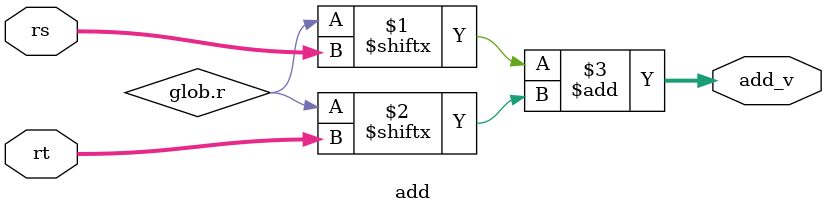
<source format=v>
module add
(
	 input      [4:0] rs, rt,
	 output     [31:0] add_v
);

assign add_v = glob.r[rs] + glob.r[rt];
	
endmodule

</source>
